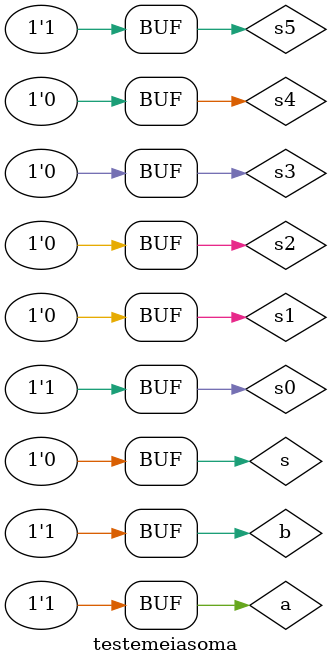
<source format=v>


module testemeiasoma;
reg a, b;
wire s1, s2, s3, s4, s5, s, s0;

nor NOR1(s1, b, b);
nor NOR2(s2, a, a);
nor NOR3(s3, a, s1);
nor NOR4(s4, s2, b);
nor NOR5(s5, s3, s4);
nor NOR6(s, s5, s5);
nor NOR7(s0, s1, s2);

// parte principal
  initial begin
      $display("Guia 03 - Exercicio 04");
		$display("Bruno Cesar Lopes Silva - 415985");
      $display("Meia Soma usando Nor");
      $display("\n a + b = s / vai um\n");
  		a=0; b=0;
		$monitor(" %b + %b = %b / %b", a, b, s, s0);
		#1 a=0; b=1;
		#1 a=1; b=0;
		#1 a=1; b=1;
		
		end
		
	endmodule // testemeiasoma
</source>
